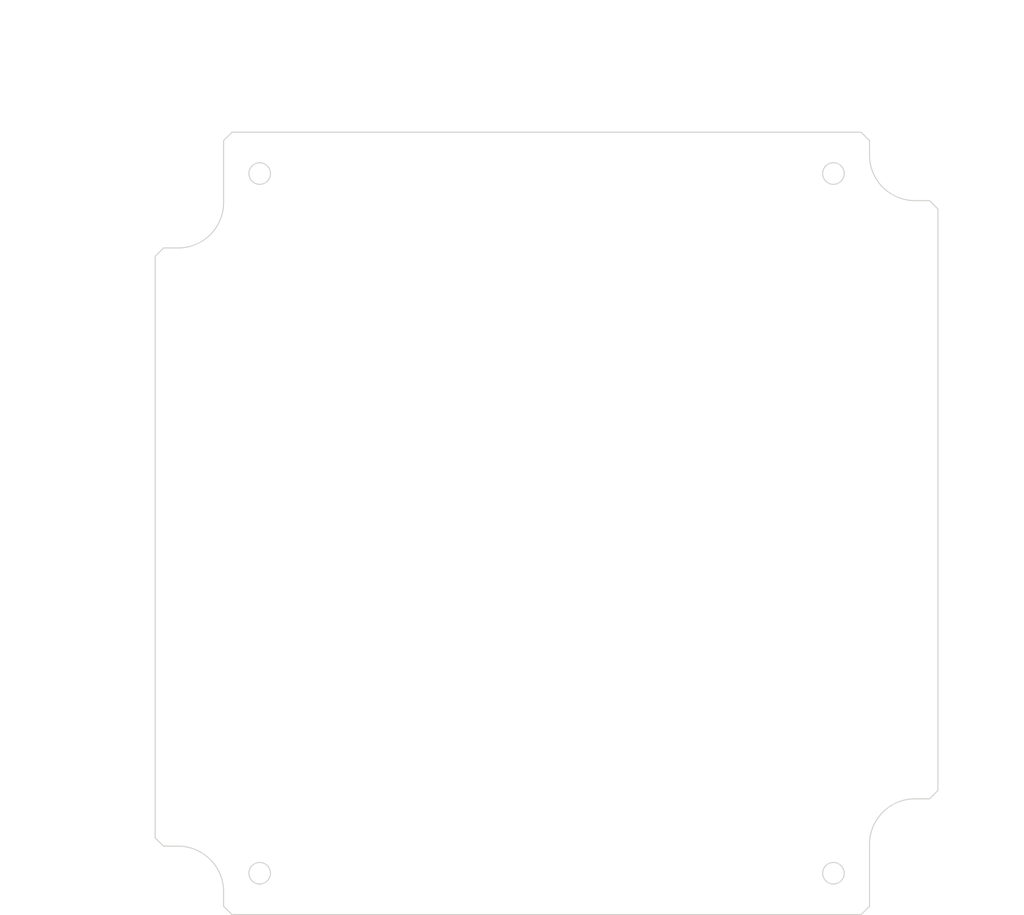
<source format=kicad_pcb>
(kicad_pcb (version 20171130) (host pcbnew "(5.1.0)-1")

  (general
    (thickness 1.6)
    (drawings 95)
    (tracks 0)
    (zones 0)
    (modules 0)
    (nets 1)
  )

  (page A3)
  (layers
    (0 F.Cu signal)
    (31 B.Cu signal)
    (32 B.Adhes user)
    (33 F.Adhes user)
    (34 B.Paste user)
    (35 F.Paste user)
    (36 B.SilkS user)
    (37 F.SilkS user)
    (38 B.Mask user)
    (39 F.Mask user)
    (40 Dwgs.User user)
    (41 Cmts.User user)
    (42 Eco1.User user)
    (43 Eco2.User user)
    (44 Edge.Cuts user)
    (45 Margin user)
    (46 B.CrtYd user)
    (47 F.CrtYd user)
    (48 B.Fab user)
    (49 F.Fab user)
  )

  (setup
    (last_trace_width 0.25)
    (trace_clearance 0.2)
    (zone_clearance 0.508)
    (zone_45_only no)
    (trace_min 0.2)
    (via_size 0.8)
    (via_drill 0.4)
    (via_min_size 0.4)
    (via_min_drill 0.3)
    (uvia_size 0.3)
    (uvia_drill 0.1)
    (uvias_allowed no)
    (uvia_min_size 0.2)
    (uvia_min_drill 0.1)
    (edge_width 0.05)
    (segment_width 0.2)
    (pcb_text_width 0.3)
    (pcb_text_size 1.5 1.5)
    (mod_edge_width 0.12)
    (mod_text_size 1 1)
    (mod_text_width 0.15)
    (pad_size 1.524 1.524)
    (pad_drill 0.762)
    (pad_to_mask_clearance 0.051)
    (solder_mask_min_width 0.25)
    (aux_axis_origin 0 0)
    (visible_elements FFFFFF7F)
    (pcbplotparams
      (layerselection 0x010fc_ffffffff)
      (usegerberextensions false)
      (usegerberattributes false)
      (usegerberadvancedattributes false)
      (creategerberjobfile false)
      (excludeedgelayer true)
      (linewidth 0.152400)
      (plotframeref false)
      (viasonmask false)
      (mode 1)
      (useauxorigin false)
      (hpglpennumber 1)
      (hpglpenspeed 20)
      (hpglpendiameter 15.000000)
      (psnegative false)
      (psa4output false)
      (plotreference true)
      (plotvalue true)
      (plotinvisibletext false)
      (padsonsilk false)
      (subtractmaskfromsilk false)
      (outputformat 1)
      (mirror false)
      (drillshape 1)
      (scaleselection 1)
      (outputdirectory ""))
  )

  (net 0 "")

  (net_class Default "This is the default net class."
    (clearance 0.2)
    (trace_width 0.25)
    (via_dia 0.8)
    (via_drill 0.4)
    (uvia_dia 0.3)
    (uvia_drill 0.1)
  )

  (gr_circle (center 154.512332 215.607402) (end 156.562332 215.607402) (layer Edge.Cuts) (width 0.2))
  (gr_circle (center 154.512332 82.607402) (end 156.562332 82.607402) (layer Edge.Cuts) (width 0.2))
  (gr_circle (center 263.512332 215.607402) (end 265.562332 215.607402) (layer Edge.Cuts) (width 0.2))
  (gr_circle (center 263.512332 82.607402) (end 265.562332 82.607402) (layer Edge.Cuts) (width 0.2))
  (gr_arc (start 139.012332 88.107402) (end 139.012332 96.753074) (angle -90) (layer Edge.Cuts) (width 0.2))
  (gr_line (start 147.658004 76.340574) (end 147.658004 88.107402) (layer Edge.Cuts) (width 0.2))
  (gr_arc (start 279.012332 79.107402) (end 270.36666 79.107402) (angle -90) (layer Edge.Cuts) (width 0.2))
  (gr_line (start 281.77916 87.753074) (end 279.012332 87.753074) (layer Edge.Cuts) (width 0.2))
  (gr_arc (start 279.012332 210.107402) (end 279.012332 201.46173) (angle -90) (layer Edge.Cuts) (width 0.2))
  (gr_line (start 270.36666 221.87423) (end 270.36666 210.107402) (layer Edge.Cuts) (width 0.2))
  (gr_line (start 149.245504 223.46173) (end 268.77916 223.46173) (layer Edge.Cuts) (width 0.2))
  (gr_arc (start 139.012332 219.107402) (end 147.658004 219.107402) (angle -90) (layer Edge.Cuts) (width 0.2))
  (gr_line (start 136.245504 210.46173) (end 139.012332 210.46173) (layer Edge.Cuts) (width 0.2))
  (gr_line (start 283.36666 199.87423) (end 283.36666 89.340574) (layer Edge.Cuts) (width 0.2))
  (gr_line (start 279.012332 201.46173) (end 281.77916 201.46173) (layer Edge.Cuts) (width 0.2))
  (gr_line (start 147.658004 219.107402) (end 147.658004 221.87423) (layer Edge.Cuts) (width 0.2))
  (gr_line (start 268.77916 74.753074) (end 149.245504 74.753074) (layer Edge.Cuts) (width 0.2))
  (gr_line (start 270.36666 79.107402) (end 270.36666 76.340574) (layer Edge.Cuts) (width 0.2))
  (gr_line (start 134.658004 98.340574) (end 134.658004 208.87423) (layer Edge.Cuts) (width 0.2))
  (gr_line (start 139.012332 96.753074) (end 136.245504 96.753074) (layer Edge.Cuts) (width 0.2))
  (gr_line (start 268.77916 223.46173) (end 270.36666 221.87423) (layer Edge.Cuts) (width 0.2))
  (gr_line (start 281.77916 201.46173) (end 283.36666 199.87423) (layer Edge.Cuts) (width 0.2))
  (gr_line (start 147.658004 221.87423) (end 149.245504 223.46173) (layer Edge.Cuts) (width 0.2))
  (gr_line (start 283.36666 89.340574) (end 281.77916 87.753074) (layer Edge.Cuts) (width 0.2))
  (gr_line (start 270.36666 76.340574) (end 268.77916 74.753074) (layer Edge.Cuts) (width 0.2))
  (gr_line (start 136.245504 96.753074) (end 134.658004 98.340574) (layer Edge.Cuts) (width 0.2))
  (gr_line (start 149.245504 74.753074) (end 147.658004 76.340574) (layer Edge.Cuts) (width 0.2))
  (gr_line (start 134.658004 208.87423) (end 136.245504 210.46173) (layer Edge.Cuts) (width 0.2))
  (gr_text [4.83] (at 198.118279 60.251855) (layer Dwgs.User)
    (effects (font (size 1.7 1.53) (thickness 0.2125)))
  )
  (gr_text " 122.71" (at 198.118279 56.708915) (layer Dwgs.User)
    (effects (font (size 1.7 1.53) (thickness 0.2125)))
  )
  (gr_line (start 268.36666 58.362394) (end 202.662106 58.362394) (layer Dwgs.User) (width 0.2))
  (gr_line (start 149.658004 58.362394) (end 193.574452 58.362394) (layer Dwgs.User) (width 0.2))
  (gr_line (start 270.36666 75.340574) (end 270.36666 55.187394) (layer Dwgs.User) (width 0.2))
  (gr_line (start 147.658004 75.340574) (end 147.658004 55.187394) (layer Dwgs.User) (width 0.2))
  (gr_text [5.24] (at 294.974551 150.996863) (layer Dwgs.User)
    (effects (font (size 1.7 1.53) (thickness 0.2125)))
  )
  (gr_text " 133.00" (at 294.974551 147.438848) (layer Dwgs.User)
    (effects (font (size 1.7 1.53) (thickness 0.2125)))
  )
  (gr_line (start 294.974551 213.607402) (end 294.974551 152.665417) (layer Dwgs.User) (width 0.2))
  (gr_line (start 294.974551 84.607402) (end 294.974551 145.549387) (layer Dwgs.User) (width 0.2))
  (gr_line (start 264.512332 215.607402) (end 298.149551 215.607402) (layer Dwgs.User) (width 0.2))
  (gr_line (start 264.512332 82.607402) (end 298.149551 82.607402) (layer Dwgs.User) (width 0.2))
  (gr_text [5.85] (at 209.012332 54.782735) (layer Dwgs.User)
    (effects (font (size 1.7 1.53) (thickness 0.2125)))
  )
  (gr_text " 148.71" (at 209.012332 51.2253) (layer Dwgs.User)
    (effects (font (size 1.7 1.53) (thickness 0.2125)))
  )
  (gr_line (start 281.36666 52.893274) (end 213.556159 52.893274) (layer Dwgs.User) (width 0.2))
  (gr_line (start 136.658004 52.893274) (end 204.468505 52.893274) (layer Dwgs.User) (width 0.2))
  (gr_line (start 283.36666 88.340574) (end 283.36666 49.718274) (layer Dwgs.User) (width 0.2))
  (gr_line (start 134.658004 97.340574) (end 134.658004 49.718274) (layer Dwgs.User) (width 0.2))
  (gr_text [.78] (at 144.585168 110.230035) (layer Dwgs.User)
    (effects (font (size 1.7 1.53) (thickness 0.2125)))
  )
  (gr_text " 19.85" (at 144.585168 106.6726) (layer Dwgs.User)
    (effects (font (size 1.7 1.53) (thickness 0.2125)))
  )
  (gr_line (start 152.512332 108.340574) (end 148.639056 108.340574) (layer Dwgs.User) (width 0.2))
  (gr_line (start 136.658004 108.340574) (end 140.531279 108.340574) (layer Dwgs.User) (width 0.2))
  (gr_line (start 154.512332 83.607402) (end 154.512332 111.515574) (layer Dwgs.User) (width 0.2))
  (gr_text [.31] (at 184.012332 71.795488) (layer Dwgs.User)
    (effects (font (size 1.7 1.53) (thickness 0.2125)))
  )
  (gr_text " 7.85" (at 184.012332 68.238052) (layer Dwgs.User)
    (effects (font (size 1.7 1.53) (thickness 0.2125)))
  )
  (gr_line (start 178.618846 69.906026) (end 180.618846 69.906026) (layer Dwgs.User) (width 0.2))
  (gr_line (start 178.618846 74.753074) (end 178.618846 69.906026) (layer Dwgs.User) (width 0.2))
  (gr_line (start 178.618846 80.607402) (end 178.618846 76.753074) (layer Dwgs.User) (width 0.2))
  (gr_line (start 155.512332 82.607402) (end 181.793846 82.607402) (layer Dwgs.User) (width 0.2))
  (gr_text [4.48] (at 127.628918 159.537343) (layer Dwgs.User)
    (effects (font (size 1.7 1.53) (thickness 0.2125)))
  )
  (gr_text " 113.71" (at 127.628918 155.979328) (layer Dwgs.User)
    (effects (font (size 1.7 1.53) (thickness 0.2125)))
  )
  (gr_line (start 127.628918 208.46173) (end 127.628918 161.205897) (layer Dwgs.User) (width 0.2))
  (gr_line (start 127.628918 98.753074) (end 127.628918 154.089867) (layer Dwgs.User) (width 0.2))
  (gr_line (start 135.245504 210.46173) (end 124.453918 210.46173) (layer Dwgs.User) (width 0.2))
  (gr_line (start 135.245504 96.753074) (end 124.453918 96.753074) (layer Dwgs.User) (width 0.2))
  (gr_text [.51] (at 127.349816 84.248425) (layer Dwgs.User)
    (effects (font (size 1.7 1.53) (thickness 0.2125)))
  )
  (gr_text " 13.00" (at 127.349816 80.69041) (layer Dwgs.User)
    (effects (font (size 1.7 1.53) (thickness 0.2125)))
  )
  (gr_line (start 134.658004 82.358963) (end 131.394427 82.358963) (layer Dwgs.User) (width 0.2))
  (gr_line (start 145.658004 82.358963) (end 136.658004 82.358963) (layer Dwgs.User) (width 0.2))
  (gr_line (start 134.658004 97.340574) (end 134.658004 79.183963) (layer Dwgs.User) (width 0.2))
  (gr_text [.87] (at 120.547809 92.66098) (layer Dwgs.User)
    (effects (font (size 1.7 1.53) (thickness 0.2125)))
  )
  (gr_text " 22.00" (at 120.547809 89.103545) (layer Dwgs.User)
    (effects (font (size 1.7 1.53) (thickness 0.2125)))
  )
  (gr_line (start 120.547809 94.753074) (end 120.547809 94.328954) (layer Dwgs.User) (width 0.2))
  (gr_line (start 120.547809 76.753074) (end 120.547809 87.214084) (layer Dwgs.User) (width 0.2))
  (gr_line (start 135.245504 96.753074) (end 117.372809 96.753074) (layer Dwgs.User) (width 0.2))
  (gr_line (start 148.245504 74.753074) (end 117.372809 74.753074) (layer Dwgs.User) (width 0.2))
  (gr_line (start 154.512332 82.697402) (end 154.512332 82.517402) (layer Dwgs.User) (width 0.2))
  (gr_line (start 154.422332 82.607402) (end 154.602332 82.607402) (layer Dwgs.User) (width 0.2))
  (gr_text " ∅4.10\n[∅0.16]" (at 169.49065 94.987251) (layer Dwgs.User)
    (effects (font (size 1.7 1.53) (thickness 0.2125)))
  )
  (gr_line (start 162.95378 94.987251) (end 156.793964 85.953542) (layer Dwgs.User) (width 0.2))
  (gr_line (start 164.95378 94.987251) (end 162.95378 94.987251) (layer Dwgs.User) (width 0.2))
  (gr_text [R0.34] (at 286.293555 212.464849) (layer Dwgs.User)
    (effects (font (size 1.7 1.53) (thickness 0.2125)))
  )
  (gr_text " R8.65" (at 286.293555 208.907414) (layer Dwgs.User)
    (effects (font (size 1.7 1.53) (thickness 0.2125)))
  )
  (gr_line (start 279.822784 210.575388) (end 273.257231 206.784184) (layer Dwgs.User) (width 0.2))
  (gr_line (start 281.822784 210.575388) (end 279.822784 210.575388) (layer Dwgs.User) (width 0.2))
  (gr_text [5.85] (at 109.93326 146.216254) (layer Dwgs.User)
    (effects (font (size 1.7 1.53) (thickness 0.2125)))
  )
  (gr_text " 148.71" (at 109.93326 142.658819) (layer Dwgs.User)
    (effects (font (size 1.7 1.53) (thickness 0.2125)))
  )
  (gr_line (start 109.93326 76.753074) (end 109.93326 140.769358) (layer Dwgs.User) (width 0.2))
  (gr_line (start 109.93326 221.46173) (end 109.93326 147.884228) (layer Dwgs.User) (width 0.2))
  (gr_line (start 148.245504 74.753074) (end 106.75826 74.753074) (layer Dwgs.User) (width 0.2))
  (gr_line (start 148.245504 223.46173) (end 106.75826 223.46173) (layer Dwgs.User) (width 0.2))
  (gr_text [4.29] (at 209.012332 66.241843) (layer Dwgs.User)
    (effects (font (size 1.7 1.53) (thickness 0.2125)))
  )
  (gr_text " 109.00" (at 209.012332 62.684408) (layer Dwgs.User)
    (effects (font (size 1.7 1.53) (thickness 0.2125)))
  )
  (gr_line (start 261.512332 64.352382) (end 213.717345 64.352382) (layer Dwgs.User) (width 0.2))
  (gr_line (start 156.512332 64.352382) (end 204.307318 64.352382) (layer Dwgs.User) (width 0.2))
  (gr_line (start 263.512332 81.607402) (end 263.512332 61.177382) (layer Dwgs.User) (width 0.2))
  (gr_line (start 154.512332 79.557402) (end 154.512332 61.177382) (layer Dwgs.User) (width 0.2))

)

</source>
